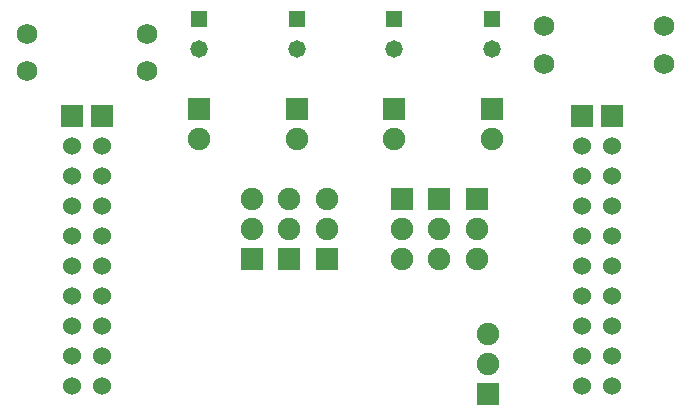
<source format=gbs>
G04 DipTrace 3.2.0.1*
G04 PCBTutorial.gbs*
%MOIN*%
G04 #@! TF.FileFunction,Soldermask,Bot*
G04 #@! TF.Part,Single*
%ADD24C,0.06*%
%ADD29R,0.074X0.074*%
%ADD42C,0.068*%
%ADD44C,0.068*%
%ADD48C,0.074929*%
%ADD50R,0.074929X0.074929*%
%ADD52R,0.058X0.058*%
%ADD54C,0.058*%
%FSLAX26Y26*%
G04*
G70*
G90*
G75*
G01*
G04 BotMask*
%LPD*%
D54*
X2019000Y1694000D3*
D52*
Y1794000D3*
D54*
X1694000Y1694000D3*
D52*
Y1794000D3*
D54*
X1369000Y1694000D3*
D52*
Y1794000D3*
D54*
X1044000Y1694000D3*
D52*
Y1794000D3*
D50*
X1219000Y994000D3*
D48*
Y1094000D3*
Y1194000D3*
D50*
X1344000Y994000D3*
D48*
Y1094000D3*
Y1194000D3*
D50*
X1469000Y994000D3*
D48*
Y1094000D3*
Y1194000D3*
D50*
X1969000D3*
D48*
Y1094000D3*
Y994000D3*
D50*
X1844000Y1194000D3*
D48*
Y1094000D3*
Y994000D3*
D50*
X1719000Y1194000D3*
D48*
Y1094000D3*
Y994000D3*
D50*
X2006500Y544000D3*
D48*
Y644000D3*
Y744000D3*
D50*
X2019000Y1494000D3*
D48*
Y1394000D3*
D50*
X1694000Y1494000D3*
D48*
Y1394000D3*
D50*
X1369000Y1494000D3*
D48*
Y1394000D3*
D50*
X1044000Y1494000D3*
D48*
Y1394000D3*
D44*
X2594000Y1769000D3*
D42*
X2194000D3*
D44*
X2594000Y1644000D3*
D42*
X2194000D3*
D44*
X469000Y1619000D3*
D42*
X869000D3*
D44*
X469000Y1744000D3*
D42*
X869000D3*
D29*
X619000Y1469000D3*
D24*
Y1369000D3*
Y1269000D3*
Y1169000D3*
Y1069000D3*
Y969000D3*
Y869000D3*
Y769000D3*
Y669000D3*
Y569000D3*
D29*
X719000Y1469000D3*
D24*
Y1369000D3*
Y1269000D3*
Y1169000D3*
Y1069000D3*
Y969000D3*
Y869000D3*
Y769000D3*
Y669000D3*
Y569000D3*
D29*
X2319000Y1469000D3*
D24*
Y1369000D3*
Y1269000D3*
Y1169000D3*
Y1069000D3*
Y969000D3*
Y869000D3*
Y769000D3*
Y669000D3*
Y569000D3*
D29*
X2419000Y1469000D3*
D24*
Y1369000D3*
Y1269000D3*
Y1169000D3*
Y1069000D3*
Y969000D3*
Y869000D3*
Y769000D3*
Y669000D3*
Y569000D3*
M02*

</source>
